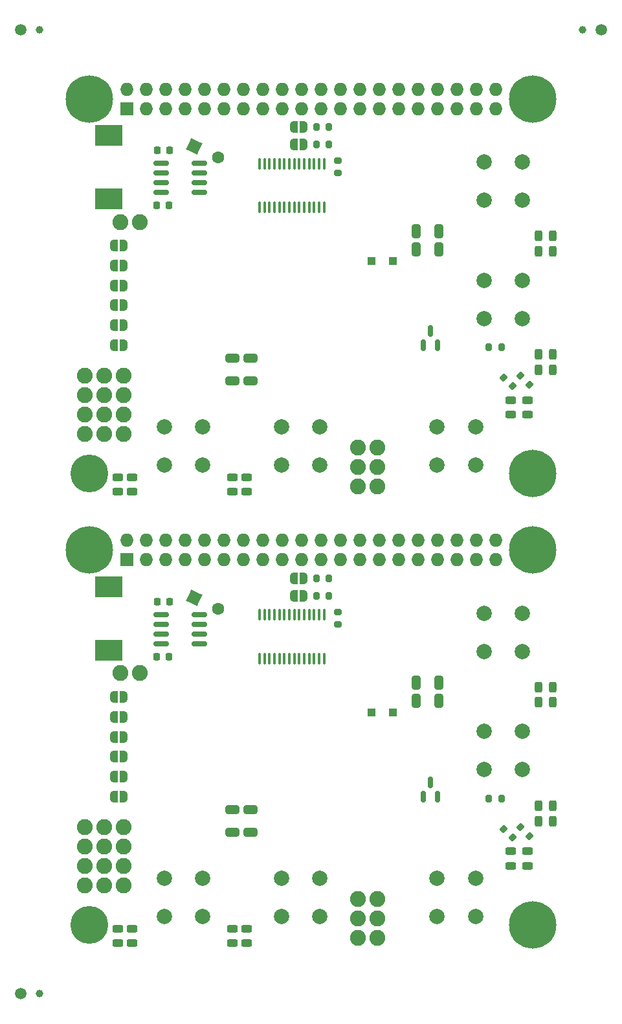
<source format=gbr>
%TF.GenerationSoftware,KiCad,Pcbnew,6.0.11+dfsg-1*%
%TF.CreationDate,2024-03-19T05:57:20+00:00*%
%TF.ProjectId,panel,70616e65-6c2e-46b6-9963-61645f706362,rev?*%
%TF.SameCoordinates,Original*%
%TF.FileFunction,Soldermask,Top*%
%TF.FilePolarity,Negative*%
%FSLAX46Y46*%
G04 Gerber Fmt 4.6, Leading zero omitted, Abs format (unit mm)*
G04 Created by KiCad (PCBNEW 6.0.11+dfsg-1) date 2024-03-19 05:57:20*
%MOMM*%
%LPD*%
G01*
G04 APERTURE LIST*
G04 Aperture macros list*
%AMRoundRect*
0 Rectangle with rounded corners*
0 $1 Rounding radius*
0 $2 $3 $4 $5 $6 $7 $8 $9 X,Y pos of 4 corners*
0 Add a 4 corners polygon primitive as box body*
4,1,4,$2,$3,$4,$5,$6,$7,$8,$9,$2,$3,0*
0 Add four circle primitives for the rounded corners*
1,1,$1+$1,$2,$3*
1,1,$1+$1,$4,$5*
1,1,$1+$1,$6,$7*
1,1,$1+$1,$8,$9*
0 Add four rect primitives between the rounded corners*
20,1,$1+$1,$2,$3,$4,$5,0*
20,1,$1+$1,$4,$5,$6,$7,0*
20,1,$1+$1,$6,$7,$8,$9,0*
20,1,$1+$1,$8,$9,$2,$3,0*%
%AMRotRect*
0 Rectangle, with rotation*
0 The origin of the aperture is its center*
0 $1 length*
0 $2 width*
0 $3 Rotation angle, in degrees counterclockwise*
0 Add horizontal line*
21,1,$1,$2,0,0,$3*%
%AMFreePoly0*
4,1,22,0.500000,-0.750000,0.000000,-0.750000,0.000000,-0.745033,-0.079941,-0.743568,-0.215256,-0.701293,-0.333266,-0.622738,-0.424486,-0.514219,-0.481581,-0.384460,-0.499164,-0.250000,-0.500000,-0.250000,-0.500000,0.250000,-0.499164,0.250000,-0.499963,0.256109,-0.478152,0.396186,-0.417904,0.524511,-0.324060,0.630769,-0.204165,0.706417,-0.067858,0.745374,0.000000,0.744959,0.000000,0.750000,
0.500000,0.750000,0.500000,-0.750000,0.500000,-0.750000,$1*%
%AMFreePoly1*
4,1,20,0.000000,0.744959,0.073905,0.744508,0.209726,0.703889,0.328688,0.626782,0.421226,0.519385,0.479903,0.390333,0.500000,0.250000,0.500000,-0.250000,0.499851,-0.262216,0.476331,-0.402017,0.414519,-0.529596,0.319384,-0.634700,0.198574,-0.708877,0.061801,-0.746166,0.000000,-0.745033,0.000000,-0.750000,-0.500000,-0.750000,-0.500000,0.750000,0.000000,0.750000,0.000000,0.744959,
0.000000,0.744959,$1*%
G04 Aperture macros list end*
%ADD10RoundRect,0.200000X0.335876X0.053033X0.053033X0.335876X-0.335876X-0.053033X-0.053033X-0.335876X0*%
%ADD11RoundRect,0.243750X0.456250X-0.243750X0.456250X0.243750X-0.456250X0.243750X-0.456250X-0.243750X0*%
%ADD12RoundRect,0.250000X-0.650000X0.325000X-0.650000X-0.325000X0.650000X-0.325000X0.650000X0.325000X0*%
%ADD13C,2.000000*%
%ADD14C,1.000000*%
%ADD15RoundRect,0.243750X0.243750X0.456250X-0.243750X0.456250X-0.243750X-0.456250X0.243750X-0.456250X0*%
%ADD16RoundRect,0.200000X-0.200000X-0.275000X0.200000X-0.275000X0.200000X0.275000X-0.200000X0.275000X0*%
%ADD17R,1.100000X1.100000*%
%ADD18RoundRect,0.250000X-0.325000X-0.650000X0.325000X-0.650000X0.325000X0.650000X-0.325000X0.650000X0*%
%ADD19RoundRect,0.225000X-0.225000X-0.250000X0.225000X-0.250000X0.225000X0.250000X-0.225000X0.250000X0*%
%ADD20FreePoly0,0.000000*%
%ADD21FreePoly1,0.000000*%
%ADD22C,2.082800*%
%ADD23C,6.200000*%
%ADD24C,1.500000*%
%ADD25RoundRect,0.150000X-0.825000X-0.150000X0.825000X-0.150000X0.825000X0.150000X-0.825000X0.150000X0*%
%ADD26C,4.950000*%
%ADD27RoundRect,0.200000X0.275000X-0.200000X0.275000X0.200000X-0.275000X0.200000X-0.275000X-0.200000X0*%
%ADD28RoundRect,0.150000X0.150000X-0.587500X0.150000X0.587500X-0.150000X0.587500X-0.150000X-0.587500X0*%
%ADD29RoundRect,0.100000X0.100000X-0.637500X0.100000X0.637500X-0.100000X0.637500X-0.100000X-0.637500X0*%
%ADD30R,1.727200X1.727200*%
%ADD31O,1.727200X1.727200*%
%ADD32R,3.600000X2.700000*%
%ADD33RotRect,1.600000X1.600000X335.000000*%
%ADD34C,1.600000*%
G04 APERTURE END LIST*
D10*
%TO.C,R1*%
X174883363Y-128083363D03*
X173716637Y-126916637D03*
%TD*%
D11*
%TO.C,D29*%
X123200000Y-141837500D03*
X123200000Y-139962500D03*
%TD*%
D12*
%TO.C,C3*%
X138200000Y-124425000D03*
X138200000Y-127375000D03*
%TD*%
D13*
%TO.C,J5*%
X144625000Y-74405000D03*
X144625000Y-79405000D03*
X149625000Y-79405000D03*
X149625000Y-74405000D03*
%TD*%
D14*
%TO.C,REF\u002A\u002A*%
X184000000Y-22500000D03*
%TD*%
D15*
%TO.C,D37*%
X180137500Y-51400000D03*
X178262500Y-51400000D03*
%TD*%
D16*
%TO.C,R40*%
X149175000Y-35200000D03*
X150825000Y-35200000D03*
%TD*%
D17*
%TO.C,D15*%
X156400000Y-52700000D03*
X159200000Y-52700000D03*
%TD*%
D18*
%TO.C,C16*%
X162225000Y-51200000D03*
X165175000Y-51200000D03*
%TD*%
D11*
%TO.C,D38*%
X176800000Y-72737500D03*
X176800000Y-70862500D03*
%TD*%
D19*
%TO.C,C6*%
X128425000Y-97200000D03*
X129975000Y-97200000D03*
%TD*%
%TO.C,C6*%
X128425000Y-38200000D03*
X129975000Y-38200000D03*
%TD*%
D18*
%TO.C,C15*%
X162225000Y-107800000D03*
X165175000Y-107800000D03*
%TD*%
D20*
%TO.C,JP6*%
X122700000Y-122700000D03*
D21*
X124000000Y-122700000D03*
%TD*%
D11*
%TO.C,D1*%
X174600000Y-72737500D03*
X174600000Y-70862500D03*
%TD*%
%TO.C,D29*%
X123200000Y-82837500D03*
X123200000Y-80962500D03*
%TD*%
D16*
%TO.C,R40*%
X149175000Y-94200000D03*
X150825000Y-94200000D03*
%TD*%
D22*
%TO.C,J10*%
X157170000Y-82206800D03*
X154630000Y-82206800D03*
X157170000Y-79666800D03*
X154630000Y-79666800D03*
X157170000Y-77126800D03*
X154630000Y-77126800D03*
%TD*%
D18*
%TO.C,C15*%
X162225000Y-48800000D03*
X165175000Y-48800000D03*
%TD*%
D23*
%TO.C,PI2*%
X177500000Y-80500000D03*
%TD*%
D22*
%TO.C,J6*%
X124020000Y-75290000D03*
X121480000Y-75290000D03*
X124020000Y-72750000D03*
X121480000Y-72750000D03*
X124020000Y-70210000D03*
X121480000Y-70210000D03*
X124020000Y-67670000D03*
X121480000Y-67670000D03*
%TD*%
D20*
%TO.C,JP5*%
X122700000Y-61100000D03*
D21*
X124000000Y-61100000D03*
%TD*%
D12*
%TO.C,C3*%
X138200000Y-65425000D03*
X138200000Y-68375000D03*
%TD*%
D24*
%TO.C,REF\u002A\u002A*%
X110500000Y-22500000D03*
%TD*%
%TO.C,REF\u002A\u002A*%
X186500000Y-22500000D03*
%TD*%
D14*
%TO.C,REF\u002A\u002A*%
X113000000Y-22500000D03*
%TD*%
D25*
%TO.C,U1*%
X128925000Y-98895000D03*
X128925000Y-100165000D03*
X128925000Y-101435000D03*
X128925000Y-102705000D03*
X133875000Y-102705000D03*
X133875000Y-101435000D03*
X133875000Y-100165000D03*
X133875000Y-98895000D03*
%TD*%
D23*
%TO.C,PI2*%
X177500000Y-139500000D03*
%TD*%
D20*
%TO.C,JP2*%
X122700000Y-112300000D03*
D21*
X124000000Y-112300000D03*
%TD*%
D13*
%TO.C,J7*%
X171105000Y-119200000D03*
X176105000Y-119200000D03*
X171105000Y-114200000D03*
X176105000Y-114200000D03*
%TD*%
D25*
%TO.C,U1*%
X128925000Y-39895000D03*
X128925000Y-41165000D03*
X128925000Y-42435000D03*
X128925000Y-43705000D03*
X133875000Y-43705000D03*
X133875000Y-42435000D03*
X133875000Y-41165000D03*
X133875000Y-39895000D03*
%TD*%
D10*
%TO.C,R1*%
X174883363Y-69083363D03*
X173716637Y-67916637D03*
%TD*%
D26*
%TO.C,PI4*%
X119500000Y-139500000D03*
%TD*%
D22*
%TO.C,J1*%
X118920000Y-67670000D03*
X118920000Y-70210000D03*
X118920000Y-72750000D03*
X118920000Y-75290000D03*
%TD*%
D17*
%TO.C,D15*%
X156400000Y-111700000D03*
X159200000Y-111700000D03*
%TD*%
D19*
%TO.C,C9*%
X128325000Y-45400000D03*
X129875000Y-45400000D03*
%TD*%
D10*
%TO.C,R23*%
X177083363Y-68883363D03*
X175916637Y-67716637D03*
%TD*%
D27*
%TO.C,R28*%
X152000000Y-100225000D03*
X152000000Y-98575000D03*
%TD*%
D15*
%TO.C,D37*%
X180137500Y-110400000D03*
X178262500Y-110400000D03*
%TD*%
D13*
%TO.C,J4*%
X129300000Y-79405000D03*
X129300000Y-74405000D03*
X134300000Y-74405000D03*
X134300000Y-79405000D03*
%TD*%
D11*
%TO.C,D4*%
X125100000Y-141837500D03*
X125100000Y-139962500D03*
%TD*%
D15*
%TO.C,D20*%
X180137500Y-49400000D03*
X178262500Y-49400000D03*
%TD*%
D13*
%TO.C,J7*%
X171105000Y-60200000D03*
X176105000Y-60200000D03*
X171105000Y-55200000D03*
X176105000Y-55200000D03*
%TD*%
D16*
%TO.C,R39*%
X149175000Y-96500000D03*
X150825000Y-96500000D03*
%TD*%
%TO.C,R39*%
X149175000Y-37500000D03*
X150825000Y-37500000D03*
%TD*%
D23*
%TO.C,PI1*%
X177500000Y-90500000D03*
%TD*%
D20*
%TO.C,JP4*%
X122700000Y-117500000D03*
D21*
X124000000Y-117500000D03*
%TD*%
D16*
%TO.C,R12*%
X171775000Y-123000000D03*
X173425000Y-123000000D03*
%TD*%
D13*
%TO.C,J3*%
X165000000Y-133405000D03*
X165000000Y-138405000D03*
X170000000Y-133405000D03*
X170000000Y-138405000D03*
%TD*%
D15*
%TO.C,D20*%
X180137500Y-108400000D03*
X178262500Y-108400000D03*
%TD*%
D11*
%TO.C,D1*%
X174600000Y-131737500D03*
X174600000Y-129862500D03*
%TD*%
%TO.C,D4*%
X125100000Y-82837500D03*
X125100000Y-80962500D03*
%TD*%
D19*
%TO.C,C9*%
X128325000Y-104400000D03*
X129875000Y-104400000D03*
%TD*%
D16*
%TO.C,R12*%
X171775000Y-64000000D03*
X173425000Y-64000000D03*
%TD*%
D11*
%TO.C,D19*%
X140100000Y-141837500D03*
X140100000Y-139962500D03*
%TD*%
%TO.C,D31*%
X138200000Y-82837500D03*
X138200000Y-80962500D03*
%TD*%
D20*
%TO.C,JP1*%
X122700000Y-109700000D03*
D21*
X124000000Y-109700000D03*
%TD*%
D13*
%TO.C,J8*%
X176105000Y-103750000D03*
X171105000Y-103750000D03*
X176105000Y-98750000D03*
X171105000Y-98750000D03*
%TD*%
D20*
%TO.C,JP7*%
X146250000Y-37500000D03*
D21*
X147550000Y-37500000D03*
%TD*%
D20*
%TO.C,JP8*%
X146250000Y-94200000D03*
D21*
X147550000Y-94200000D03*
%TD*%
D28*
%TO.C,Q5*%
X163150000Y-122737500D03*
X165050000Y-122737500D03*
X164100000Y-120862500D03*
%TD*%
D20*
%TO.C,JP2*%
X122700000Y-53300000D03*
D21*
X124000000Y-53300000D03*
%TD*%
D27*
%TO.C,R28*%
X152000000Y-41225000D03*
X152000000Y-39575000D03*
%TD*%
D12*
%TO.C,C11*%
X140600000Y-65425000D03*
X140600000Y-68375000D03*
%TD*%
D13*
%TO.C,J5*%
X144625000Y-138405000D03*
X144625000Y-133405000D03*
X149625000Y-138405000D03*
X149625000Y-133405000D03*
%TD*%
D22*
%TO.C,J9*%
X126140000Y-106590000D03*
X123600000Y-106590000D03*
%TD*%
D20*
%TO.C,JP3*%
X122700000Y-114900000D03*
D21*
X124000000Y-114900000D03*
%TD*%
D14*
%TO.C,REF\u002A\u002A*%
X113000000Y-148500000D03*
%TD*%
D15*
%TO.C,D5*%
X180137500Y-64900000D03*
X178262500Y-64900000D03*
%TD*%
D22*
%TO.C,J10*%
X157170000Y-141206800D03*
X154630000Y-141206800D03*
X157170000Y-138666800D03*
X154630000Y-138666800D03*
X157170000Y-136126800D03*
X154630000Y-136126800D03*
%TD*%
D15*
%TO.C,D5*%
X180137500Y-123900000D03*
X178262500Y-123900000D03*
%TD*%
D20*
%TO.C,JP6*%
X122700000Y-63700000D03*
D21*
X124000000Y-63700000D03*
%TD*%
D11*
%TO.C,D31*%
X138200000Y-141837500D03*
X138200000Y-139962500D03*
%TD*%
D15*
%TO.C,D30*%
X180137500Y-125900000D03*
X178262500Y-125900000D03*
%TD*%
D11*
%TO.C,D19*%
X140100000Y-82837500D03*
X140100000Y-80962500D03*
%TD*%
D12*
%TO.C,C11*%
X140600000Y-124425000D03*
X140600000Y-127375000D03*
%TD*%
D10*
%TO.C,R23*%
X177083363Y-127883363D03*
X175916637Y-126716637D03*
%TD*%
D23*
%TO.C,PI1*%
X177500000Y-31500000D03*
%TD*%
D20*
%TO.C,JP4*%
X122700000Y-58500000D03*
D21*
X124000000Y-58500000D03*
%TD*%
D22*
%TO.C,J1*%
X118920000Y-126670000D03*
X118920000Y-129210000D03*
X118920000Y-131750000D03*
X118920000Y-134290000D03*
%TD*%
D29*
%TO.C,U2*%
X141750000Y-45687500D03*
X142400000Y-45687500D03*
X143050000Y-45687500D03*
X143700000Y-45687500D03*
X144350000Y-45687500D03*
X145000000Y-45687500D03*
X145650000Y-45687500D03*
X146300000Y-45687500D03*
X146950000Y-45687500D03*
X147600000Y-45687500D03*
X148250000Y-45687500D03*
X148900000Y-45687500D03*
X149550000Y-45687500D03*
X150200000Y-45687500D03*
X150200000Y-39962500D03*
X149550000Y-39962500D03*
X148900000Y-39962500D03*
X148250000Y-39962500D03*
X147600000Y-39962500D03*
X146950000Y-39962500D03*
X146300000Y-39962500D03*
X145650000Y-39962500D03*
X145000000Y-39962500D03*
X144350000Y-39962500D03*
X143700000Y-39962500D03*
X143050000Y-39962500D03*
X142400000Y-39962500D03*
X141750000Y-39962500D03*
%TD*%
D30*
%TO.C,J2*%
X124370000Y-32770000D03*
D31*
X124370000Y-30230000D03*
X126910000Y-32770000D03*
X126910000Y-30230000D03*
X129450000Y-32770000D03*
X129450000Y-30230000D03*
X131990000Y-32770000D03*
X131990000Y-30230000D03*
X134530000Y-32770000D03*
X134530000Y-30230000D03*
X137070000Y-32770000D03*
X137070000Y-30230000D03*
X139610000Y-32770000D03*
X139610000Y-30230000D03*
X142150000Y-32770000D03*
X142150000Y-30230000D03*
X144690000Y-32770000D03*
X144690000Y-30230000D03*
X147230000Y-32770000D03*
X147230000Y-30230000D03*
X149770000Y-32770000D03*
X149770000Y-30230000D03*
X152310000Y-32770000D03*
X152310000Y-30230000D03*
X154850000Y-32770000D03*
X154850000Y-30230000D03*
X157390000Y-32770000D03*
X157390000Y-30230000D03*
X159930000Y-32770000D03*
X159930000Y-30230000D03*
X162470000Y-32770000D03*
X162470000Y-30230000D03*
X165010000Y-32770000D03*
X165010000Y-30230000D03*
X167550000Y-32770000D03*
X167550000Y-30230000D03*
X170090000Y-32770000D03*
X170090000Y-30230000D03*
X172630000Y-32770000D03*
X172630000Y-30230000D03*
%TD*%
D30*
%TO.C,J2*%
X124370000Y-91770000D03*
D31*
X124370000Y-89230000D03*
X126910000Y-91770000D03*
X126910000Y-89230000D03*
X129450000Y-91770000D03*
X129450000Y-89230000D03*
X131990000Y-91770000D03*
X131990000Y-89230000D03*
X134530000Y-91770000D03*
X134530000Y-89230000D03*
X137070000Y-91770000D03*
X137070000Y-89230000D03*
X139610000Y-91770000D03*
X139610000Y-89230000D03*
X142150000Y-91770000D03*
X142150000Y-89230000D03*
X144690000Y-91770000D03*
X144690000Y-89230000D03*
X147230000Y-91770000D03*
X147230000Y-89230000D03*
X149770000Y-91770000D03*
X149770000Y-89230000D03*
X152310000Y-91770000D03*
X152310000Y-89230000D03*
X154850000Y-91770000D03*
X154850000Y-89230000D03*
X157390000Y-91770000D03*
X157390000Y-89230000D03*
X159930000Y-91770000D03*
X159930000Y-89230000D03*
X162470000Y-91770000D03*
X162470000Y-89230000D03*
X165010000Y-91770000D03*
X165010000Y-89230000D03*
X167550000Y-91770000D03*
X167550000Y-89230000D03*
X170090000Y-91770000D03*
X170090000Y-89230000D03*
X172630000Y-91770000D03*
X172630000Y-89230000D03*
%TD*%
D22*
%TO.C,J6*%
X124020000Y-134290000D03*
X121480000Y-134290000D03*
X124020000Y-131750000D03*
X121480000Y-131750000D03*
X124020000Y-129210000D03*
X121480000Y-129210000D03*
X124020000Y-126670000D03*
X121480000Y-126670000D03*
%TD*%
D20*
%TO.C,JP1*%
X122700000Y-50700000D03*
D21*
X124000000Y-50700000D03*
%TD*%
D23*
%TO.C,PI3*%
X119500000Y-90500000D03*
%TD*%
D24*
%TO.C,REF\u002A\u002A*%
X110500000Y-148500000D03*
%TD*%
D13*
%TO.C,J3*%
X165000000Y-74405000D03*
X165000000Y-79405000D03*
X170000000Y-79405000D03*
X170000000Y-74405000D03*
%TD*%
D20*
%TO.C,JP3*%
X122700000Y-55900000D03*
D21*
X124000000Y-55900000D03*
%TD*%
D26*
%TO.C,PI4*%
X119500000Y-80500000D03*
%TD*%
D28*
%TO.C,Q5*%
X163150000Y-63737500D03*
X165050000Y-63737500D03*
X164100000Y-61862500D03*
%TD*%
D20*
%TO.C,JP7*%
X146250000Y-96500000D03*
D21*
X147550000Y-96500000D03*
%TD*%
D22*
%TO.C,J9*%
X126140000Y-47590000D03*
X123600000Y-47590000D03*
%TD*%
D29*
%TO.C,U2*%
X141750000Y-104687500D03*
X142400000Y-104687500D03*
X143050000Y-104687500D03*
X143700000Y-104687500D03*
X144350000Y-104687500D03*
X145000000Y-104687500D03*
X145650000Y-104687500D03*
X146300000Y-104687500D03*
X146950000Y-104687500D03*
X147600000Y-104687500D03*
X148250000Y-104687500D03*
X148900000Y-104687500D03*
X149550000Y-104687500D03*
X150200000Y-104687500D03*
X150200000Y-98962500D03*
X149550000Y-98962500D03*
X148900000Y-98962500D03*
X148250000Y-98962500D03*
X147600000Y-98962500D03*
X146950000Y-98962500D03*
X146300000Y-98962500D03*
X145650000Y-98962500D03*
X145000000Y-98962500D03*
X144350000Y-98962500D03*
X143700000Y-98962500D03*
X143050000Y-98962500D03*
X142400000Y-98962500D03*
X141750000Y-98962500D03*
%TD*%
D23*
%TO.C,PI3*%
X119500000Y-31500000D03*
%TD*%
D20*
%TO.C,JP8*%
X146250000Y-35200000D03*
D21*
X147550000Y-35200000D03*
%TD*%
D18*
%TO.C,C16*%
X162225000Y-110200000D03*
X165175000Y-110200000D03*
%TD*%
D32*
%TO.C,L1*%
X122000000Y-44550000D03*
X122000000Y-36250000D03*
%TD*%
D13*
%TO.C,J8*%
X176105000Y-44750000D03*
X171105000Y-44750000D03*
X176105000Y-39750000D03*
X171105000Y-39750000D03*
%TD*%
D20*
%TO.C,JP5*%
X122700000Y-120100000D03*
D21*
X124000000Y-120100000D03*
%TD*%
D13*
%TO.C,J4*%
X129300000Y-138405000D03*
X129300000Y-133405000D03*
X134300000Y-138405000D03*
X134300000Y-133405000D03*
%TD*%
D15*
%TO.C,D30*%
X180137500Y-66900000D03*
X178262500Y-66900000D03*
%TD*%
D11*
%TO.C,D38*%
X176800000Y-131737500D03*
X176800000Y-129862500D03*
%TD*%
D32*
%TO.C,L1*%
X122000000Y-103550000D03*
X122000000Y-95250000D03*
%TD*%
D33*
%TO.C,C8*%
X133200000Y-37700000D03*
D34*
X136372077Y-39179164D03*
%TD*%
D33*
%TO.C,C8*%
X133200000Y-96700000D03*
D34*
X136372077Y-98179164D03*
%TD*%
M02*

</source>
